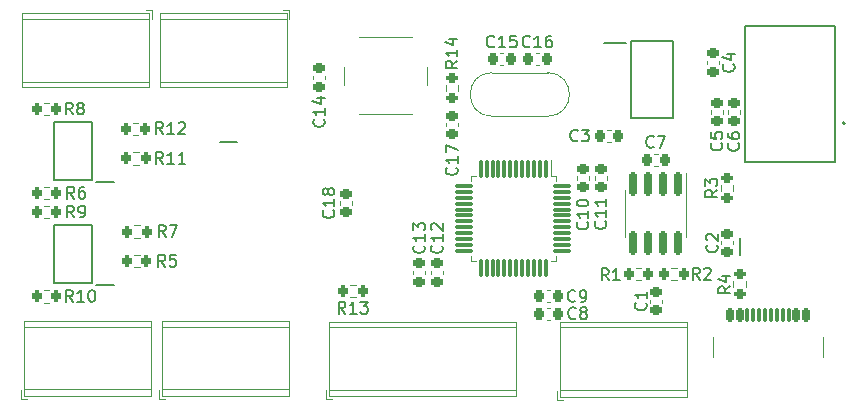
<source format=gbr>
%TF.GenerationSoftware,KiCad,Pcbnew,7.0.10-7.0.10~ubuntu22.04.1*%
%TF.CreationDate,2024-03-09T00:22:00+09:00*%
%TF.ProjectId,iolink,696f6c69-6e6b-42e6-9b69-6361645f7063,rev?*%
%TF.SameCoordinates,Original*%
%TF.FileFunction,Legend,Top*%
%TF.FilePolarity,Positive*%
%FSLAX46Y46*%
G04 Gerber Fmt 4.6, Leading zero omitted, Abs format (unit mm)*
G04 Created by KiCad (PCBNEW 7.0.10-7.0.10~ubuntu22.04.1) date 2024-03-09 00:22:00*
%MOMM*%
%LPD*%
G01*
G04 APERTURE LIST*
G04 Aperture macros list*
%AMRoundRect*
0 Rectangle with rounded corners*
0 $1 Rounding radius*
0 $2 $3 $4 $5 $6 $7 $8 $9 X,Y pos of 4 corners*
0 Add a 4 corners polygon primitive as box body*
4,1,4,$2,$3,$4,$5,$6,$7,$8,$9,$2,$3,0*
0 Add four circle primitives for the rounded corners*
1,1,$1+$1,$2,$3*
1,1,$1+$1,$4,$5*
1,1,$1+$1,$6,$7*
1,1,$1+$1,$8,$9*
0 Add four rect primitives between the rounded corners*
20,1,$1+$1,$2,$3,$4,$5,0*
20,1,$1+$1,$4,$5,$6,$7,0*
20,1,$1+$1,$6,$7,$8,$9,0*
20,1,$1+$1,$8,$9,$2,$3,0*%
G04 Aperture macros list end*
%ADD10C,0.150000*%
%ADD11C,0.120000*%
%ADD12C,0.200000*%
%ADD13RoundRect,0.225000X-0.225000X-0.250000X0.225000X-0.250000X0.225000X0.250000X-0.225000X0.250000X0*%
%ADD14RoundRect,0.200000X-0.200000X-0.275000X0.200000X-0.275000X0.200000X0.275000X-0.200000X0.275000X0*%
%ADD15RoundRect,0.225000X0.250000X-0.225000X0.250000X0.225000X-0.250000X0.225000X-0.250000X-0.225000X0*%
%ADD16RoundRect,0.200000X0.275000X-0.200000X0.275000X0.200000X-0.275000X0.200000X-0.275000X-0.200000X0*%
%ADD17R,0.700000X1.400000*%
%ADD18R,3.200000X2.300000*%
%ADD19RoundRect,0.200000X0.200000X0.275000X-0.200000X0.275000X-0.200000X-0.275000X0.200000X-0.275000X0*%
%ADD20RoundRect,0.225000X-0.250000X0.225000X-0.250000X-0.225000X0.250000X-0.225000X0.250000X0.225000X0*%
%ADD21C,1.440000*%
%ADD22C,0.650000*%
%ADD23RoundRect,0.150000X-0.150000X-0.425000X0.150000X-0.425000X0.150000X0.425000X-0.150000X0.425000X0*%
%ADD24RoundRect,0.075000X-0.075000X-0.500000X0.075000X-0.500000X0.075000X0.500000X-0.075000X0.500000X0*%
%ADD25O,1.000000X2.100000*%
%ADD26O,1.000000X1.800000*%
%ADD27R,1.850000X0.900000*%
%ADD28R,1.850000X3.200000*%
%ADD29C,1.500000*%
%ADD30R,1.450000X0.300000*%
%ADD31R,2.740000X4.750000*%
%ADD32R,2.200000X2.200000*%
%ADD33C,2.200000*%
%ADD34RoundRect,0.075000X-0.075000X0.662500X-0.075000X-0.662500X0.075000X-0.662500X0.075000X0.662500X0*%
%ADD35RoundRect,0.075000X-0.662500X0.075000X-0.662500X-0.075000X0.662500X-0.075000X0.662500X0.075000X0*%
%ADD36RoundRect,0.225000X0.225000X0.250000X-0.225000X0.250000X-0.225000X-0.250000X0.225000X-0.250000X0*%
%ADD37R,1.525000X0.700000*%
%ADD38RoundRect,0.150000X-0.150000X0.825000X-0.150000X-0.825000X0.150000X-0.825000X0.150000X0.825000X0*%
%ADD39C,2.000000*%
G04 APERTURE END LIST*
D10*
X100133333Y-81309580D02*
X100085714Y-81357200D01*
X100085714Y-81357200D02*
X99942857Y-81404819D01*
X99942857Y-81404819D02*
X99847619Y-81404819D01*
X99847619Y-81404819D02*
X99704762Y-81357200D01*
X99704762Y-81357200D02*
X99609524Y-81261961D01*
X99609524Y-81261961D02*
X99561905Y-81166723D01*
X99561905Y-81166723D02*
X99514286Y-80976247D01*
X99514286Y-80976247D02*
X99514286Y-80833390D01*
X99514286Y-80833390D02*
X99561905Y-80642914D01*
X99561905Y-80642914D02*
X99609524Y-80547676D01*
X99609524Y-80547676D02*
X99704762Y-80452438D01*
X99704762Y-80452438D02*
X99847619Y-80404819D01*
X99847619Y-80404819D02*
X99942857Y-80404819D01*
X99942857Y-80404819D02*
X100085714Y-80452438D01*
X100085714Y-80452438D02*
X100133333Y-80500057D01*
X100466667Y-80404819D02*
X101085714Y-80404819D01*
X101085714Y-80404819D02*
X100752381Y-80785771D01*
X100752381Y-80785771D02*
X100895238Y-80785771D01*
X100895238Y-80785771D02*
X100990476Y-80833390D01*
X100990476Y-80833390D02*
X101038095Y-80881009D01*
X101038095Y-80881009D02*
X101085714Y-80976247D01*
X101085714Y-80976247D02*
X101085714Y-81214342D01*
X101085714Y-81214342D02*
X101038095Y-81309580D01*
X101038095Y-81309580D02*
X100990476Y-81357200D01*
X100990476Y-81357200D02*
X100895238Y-81404819D01*
X100895238Y-81404819D02*
X100609524Y-81404819D01*
X100609524Y-81404819D02*
X100514286Y-81357200D01*
X100514286Y-81357200D02*
X100466667Y-81309580D01*
X57353333Y-79104819D02*
X57020000Y-78628628D01*
X56781905Y-79104819D02*
X56781905Y-78104819D01*
X56781905Y-78104819D02*
X57162857Y-78104819D01*
X57162857Y-78104819D02*
X57258095Y-78152438D01*
X57258095Y-78152438D02*
X57305714Y-78200057D01*
X57305714Y-78200057D02*
X57353333Y-78295295D01*
X57353333Y-78295295D02*
X57353333Y-78438152D01*
X57353333Y-78438152D02*
X57305714Y-78533390D01*
X57305714Y-78533390D02*
X57258095Y-78581009D01*
X57258095Y-78581009D02*
X57162857Y-78628628D01*
X57162857Y-78628628D02*
X56781905Y-78628628D01*
X57924762Y-78533390D02*
X57829524Y-78485771D01*
X57829524Y-78485771D02*
X57781905Y-78438152D01*
X57781905Y-78438152D02*
X57734286Y-78342914D01*
X57734286Y-78342914D02*
X57734286Y-78295295D01*
X57734286Y-78295295D02*
X57781905Y-78200057D01*
X57781905Y-78200057D02*
X57829524Y-78152438D01*
X57829524Y-78152438D02*
X57924762Y-78104819D01*
X57924762Y-78104819D02*
X58115238Y-78104819D01*
X58115238Y-78104819D02*
X58210476Y-78152438D01*
X58210476Y-78152438D02*
X58258095Y-78200057D01*
X58258095Y-78200057D02*
X58305714Y-78295295D01*
X58305714Y-78295295D02*
X58305714Y-78342914D01*
X58305714Y-78342914D02*
X58258095Y-78438152D01*
X58258095Y-78438152D02*
X58210476Y-78485771D01*
X58210476Y-78485771D02*
X58115238Y-78533390D01*
X58115238Y-78533390D02*
X57924762Y-78533390D01*
X57924762Y-78533390D02*
X57829524Y-78581009D01*
X57829524Y-78581009D02*
X57781905Y-78628628D01*
X57781905Y-78628628D02*
X57734286Y-78723866D01*
X57734286Y-78723866D02*
X57734286Y-78914342D01*
X57734286Y-78914342D02*
X57781905Y-79009580D01*
X57781905Y-79009580D02*
X57829524Y-79057200D01*
X57829524Y-79057200D02*
X57924762Y-79104819D01*
X57924762Y-79104819D02*
X58115238Y-79104819D01*
X58115238Y-79104819D02*
X58210476Y-79057200D01*
X58210476Y-79057200D02*
X58258095Y-79009580D01*
X58258095Y-79009580D02*
X58305714Y-78914342D01*
X58305714Y-78914342D02*
X58305714Y-78723866D01*
X58305714Y-78723866D02*
X58258095Y-78628628D01*
X58258095Y-78628628D02*
X58210476Y-78581009D01*
X58210476Y-78581009D02*
X58115238Y-78533390D01*
X65007142Y-80774819D02*
X64673809Y-80298628D01*
X64435714Y-80774819D02*
X64435714Y-79774819D01*
X64435714Y-79774819D02*
X64816666Y-79774819D01*
X64816666Y-79774819D02*
X64911904Y-79822438D01*
X64911904Y-79822438D02*
X64959523Y-79870057D01*
X64959523Y-79870057D02*
X65007142Y-79965295D01*
X65007142Y-79965295D02*
X65007142Y-80108152D01*
X65007142Y-80108152D02*
X64959523Y-80203390D01*
X64959523Y-80203390D02*
X64911904Y-80251009D01*
X64911904Y-80251009D02*
X64816666Y-80298628D01*
X64816666Y-80298628D02*
X64435714Y-80298628D01*
X65959523Y-80774819D02*
X65388095Y-80774819D01*
X65673809Y-80774819D02*
X65673809Y-79774819D01*
X65673809Y-79774819D02*
X65578571Y-79917676D01*
X65578571Y-79917676D02*
X65483333Y-80012914D01*
X65483333Y-80012914D02*
X65388095Y-80060533D01*
X66340476Y-79870057D02*
X66388095Y-79822438D01*
X66388095Y-79822438D02*
X66483333Y-79774819D01*
X66483333Y-79774819D02*
X66721428Y-79774819D01*
X66721428Y-79774819D02*
X66816666Y-79822438D01*
X66816666Y-79822438D02*
X66864285Y-79870057D01*
X66864285Y-79870057D02*
X66911904Y-79965295D01*
X66911904Y-79965295D02*
X66911904Y-80060533D01*
X66911904Y-80060533D02*
X66864285Y-80203390D01*
X66864285Y-80203390D02*
X66292857Y-80774819D01*
X66292857Y-80774819D02*
X66911904Y-80774819D01*
X87089580Y-90217857D02*
X87137200Y-90265476D01*
X87137200Y-90265476D02*
X87184819Y-90408333D01*
X87184819Y-90408333D02*
X87184819Y-90503571D01*
X87184819Y-90503571D02*
X87137200Y-90646428D01*
X87137200Y-90646428D02*
X87041961Y-90741666D01*
X87041961Y-90741666D02*
X86946723Y-90789285D01*
X86946723Y-90789285D02*
X86756247Y-90836904D01*
X86756247Y-90836904D02*
X86613390Y-90836904D01*
X86613390Y-90836904D02*
X86422914Y-90789285D01*
X86422914Y-90789285D02*
X86327676Y-90741666D01*
X86327676Y-90741666D02*
X86232438Y-90646428D01*
X86232438Y-90646428D02*
X86184819Y-90503571D01*
X86184819Y-90503571D02*
X86184819Y-90408333D01*
X86184819Y-90408333D02*
X86232438Y-90265476D01*
X86232438Y-90265476D02*
X86280057Y-90217857D01*
X87184819Y-89265476D02*
X87184819Y-89836904D01*
X87184819Y-89551190D02*
X86184819Y-89551190D01*
X86184819Y-89551190D02*
X86327676Y-89646428D01*
X86327676Y-89646428D02*
X86422914Y-89741666D01*
X86422914Y-89741666D02*
X86470533Y-89836904D01*
X86184819Y-88932142D02*
X86184819Y-88313095D01*
X86184819Y-88313095D02*
X86565771Y-88646428D01*
X86565771Y-88646428D02*
X86565771Y-88503571D01*
X86565771Y-88503571D02*
X86613390Y-88408333D01*
X86613390Y-88408333D02*
X86661009Y-88360714D01*
X86661009Y-88360714D02*
X86756247Y-88313095D01*
X86756247Y-88313095D02*
X86994342Y-88313095D01*
X86994342Y-88313095D02*
X87089580Y-88360714D01*
X87089580Y-88360714D02*
X87137200Y-88408333D01*
X87137200Y-88408333D02*
X87184819Y-88503571D01*
X87184819Y-88503571D02*
X87184819Y-88789285D01*
X87184819Y-88789285D02*
X87137200Y-88884523D01*
X87137200Y-88884523D02*
X87089580Y-88932142D01*
X113719580Y-81556666D02*
X113767200Y-81604285D01*
X113767200Y-81604285D02*
X113814819Y-81747142D01*
X113814819Y-81747142D02*
X113814819Y-81842380D01*
X113814819Y-81842380D02*
X113767200Y-81985237D01*
X113767200Y-81985237D02*
X113671961Y-82080475D01*
X113671961Y-82080475D02*
X113576723Y-82128094D01*
X113576723Y-82128094D02*
X113386247Y-82175713D01*
X113386247Y-82175713D02*
X113243390Y-82175713D01*
X113243390Y-82175713D02*
X113052914Y-82128094D01*
X113052914Y-82128094D02*
X112957676Y-82080475D01*
X112957676Y-82080475D02*
X112862438Y-81985237D01*
X112862438Y-81985237D02*
X112814819Y-81842380D01*
X112814819Y-81842380D02*
X112814819Y-81747142D01*
X112814819Y-81747142D02*
X112862438Y-81604285D01*
X112862438Y-81604285D02*
X112910057Y-81556666D01*
X112814819Y-80699523D02*
X112814819Y-80889999D01*
X112814819Y-80889999D02*
X112862438Y-80985237D01*
X112862438Y-80985237D02*
X112910057Y-81032856D01*
X112910057Y-81032856D02*
X113052914Y-81128094D01*
X113052914Y-81128094D02*
X113243390Y-81175713D01*
X113243390Y-81175713D02*
X113624342Y-81175713D01*
X113624342Y-81175713D02*
X113719580Y-81128094D01*
X113719580Y-81128094D02*
X113767200Y-81080475D01*
X113767200Y-81080475D02*
X113814819Y-80985237D01*
X113814819Y-80985237D02*
X113814819Y-80794761D01*
X113814819Y-80794761D02*
X113767200Y-80699523D01*
X113767200Y-80699523D02*
X113719580Y-80651904D01*
X113719580Y-80651904D02*
X113624342Y-80604285D01*
X113624342Y-80604285D02*
X113386247Y-80604285D01*
X113386247Y-80604285D02*
X113291009Y-80651904D01*
X113291009Y-80651904D02*
X113243390Y-80699523D01*
X113243390Y-80699523D02*
X113195771Y-80794761D01*
X113195771Y-80794761D02*
X113195771Y-80985237D01*
X113195771Y-80985237D02*
X113243390Y-81080475D01*
X113243390Y-81080475D02*
X113291009Y-81128094D01*
X113291009Y-81128094D02*
X113386247Y-81175713D01*
X105869580Y-95066666D02*
X105917200Y-95114285D01*
X105917200Y-95114285D02*
X105964819Y-95257142D01*
X105964819Y-95257142D02*
X105964819Y-95352380D01*
X105964819Y-95352380D02*
X105917200Y-95495237D01*
X105917200Y-95495237D02*
X105821961Y-95590475D01*
X105821961Y-95590475D02*
X105726723Y-95638094D01*
X105726723Y-95638094D02*
X105536247Y-95685713D01*
X105536247Y-95685713D02*
X105393390Y-95685713D01*
X105393390Y-95685713D02*
X105202914Y-95638094D01*
X105202914Y-95638094D02*
X105107676Y-95590475D01*
X105107676Y-95590475D02*
X105012438Y-95495237D01*
X105012438Y-95495237D02*
X104964819Y-95352380D01*
X104964819Y-95352380D02*
X104964819Y-95257142D01*
X104964819Y-95257142D02*
X105012438Y-95114285D01*
X105012438Y-95114285D02*
X105060057Y-95066666D01*
X105964819Y-94114285D02*
X105964819Y-94685713D01*
X105964819Y-94399999D02*
X104964819Y-94399999D01*
X104964819Y-94399999D02*
X105107676Y-94495237D01*
X105107676Y-94495237D02*
X105202914Y-94590475D01*
X105202914Y-94590475D02*
X105250533Y-94685713D01*
X113044819Y-93676666D02*
X112568628Y-94009999D01*
X113044819Y-94248094D02*
X112044819Y-94248094D01*
X112044819Y-94248094D02*
X112044819Y-93867142D01*
X112044819Y-93867142D02*
X112092438Y-93771904D01*
X112092438Y-93771904D02*
X112140057Y-93724285D01*
X112140057Y-93724285D02*
X112235295Y-93676666D01*
X112235295Y-93676666D02*
X112378152Y-93676666D01*
X112378152Y-93676666D02*
X112473390Y-93724285D01*
X112473390Y-93724285D02*
X112521009Y-93771904D01*
X112521009Y-93771904D02*
X112568628Y-93867142D01*
X112568628Y-93867142D02*
X112568628Y-94248094D01*
X112378152Y-92819523D02*
X113044819Y-92819523D01*
X111997200Y-93057618D02*
X112711485Y-93295713D01*
X112711485Y-93295713D02*
X112711485Y-92676666D01*
X80447142Y-95974819D02*
X80113809Y-95498628D01*
X79875714Y-95974819D02*
X79875714Y-94974819D01*
X79875714Y-94974819D02*
X80256666Y-94974819D01*
X80256666Y-94974819D02*
X80351904Y-95022438D01*
X80351904Y-95022438D02*
X80399523Y-95070057D01*
X80399523Y-95070057D02*
X80447142Y-95165295D01*
X80447142Y-95165295D02*
X80447142Y-95308152D01*
X80447142Y-95308152D02*
X80399523Y-95403390D01*
X80399523Y-95403390D02*
X80351904Y-95451009D01*
X80351904Y-95451009D02*
X80256666Y-95498628D01*
X80256666Y-95498628D02*
X79875714Y-95498628D01*
X81399523Y-95974819D02*
X80828095Y-95974819D01*
X81113809Y-95974819D02*
X81113809Y-94974819D01*
X81113809Y-94974819D02*
X81018571Y-95117676D01*
X81018571Y-95117676D02*
X80923333Y-95212914D01*
X80923333Y-95212914D02*
X80828095Y-95260533D01*
X81732857Y-94974819D02*
X82351904Y-94974819D01*
X82351904Y-94974819D02*
X82018571Y-95355771D01*
X82018571Y-95355771D02*
X82161428Y-95355771D01*
X82161428Y-95355771D02*
X82256666Y-95403390D01*
X82256666Y-95403390D02*
X82304285Y-95451009D01*
X82304285Y-95451009D02*
X82351904Y-95546247D01*
X82351904Y-95546247D02*
X82351904Y-95784342D01*
X82351904Y-95784342D02*
X82304285Y-95879580D01*
X82304285Y-95879580D02*
X82256666Y-95927200D01*
X82256666Y-95927200D02*
X82161428Y-95974819D01*
X82161428Y-95974819D02*
X81875714Y-95974819D01*
X81875714Y-95974819D02*
X81780476Y-95927200D01*
X81780476Y-95927200D02*
X81732857Y-95879580D01*
X113309580Y-74876666D02*
X113357200Y-74924285D01*
X113357200Y-74924285D02*
X113404819Y-75067142D01*
X113404819Y-75067142D02*
X113404819Y-75162380D01*
X113404819Y-75162380D02*
X113357200Y-75305237D01*
X113357200Y-75305237D02*
X113261961Y-75400475D01*
X113261961Y-75400475D02*
X113166723Y-75448094D01*
X113166723Y-75448094D02*
X112976247Y-75495713D01*
X112976247Y-75495713D02*
X112833390Y-75495713D01*
X112833390Y-75495713D02*
X112642914Y-75448094D01*
X112642914Y-75448094D02*
X112547676Y-75400475D01*
X112547676Y-75400475D02*
X112452438Y-75305237D01*
X112452438Y-75305237D02*
X112404819Y-75162380D01*
X112404819Y-75162380D02*
X112404819Y-75067142D01*
X112404819Y-75067142D02*
X112452438Y-74924285D01*
X112452438Y-74924285D02*
X112500057Y-74876666D01*
X112738152Y-74019523D02*
X113404819Y-74019523D01*
X112357200Y-74257618D02*
X113071485Y-74495713D01*
X113071485Y-74495713D02*
X113071485Y-73876666D01*
X102733333Y-93154819D02*
X102400000Y-92678628D01*
X102161905Y-93154819D02*
X102161905Y-92154819D01*
X102161905Y-92154819D02*
X102542857Y-92154819D01*
X102542857Y-92154819D02*
X102638095Y-92202438D01*
X102638095Y-92202438D02*
X102685714Y-92250057D01*
X102685714Y-92250057D02*
X102733333Y-92345295D01*
X102733333Y-92345295D02*
X102733333Y-92488152D01*
X102733333Y-92488152D02*
X102685714Y-92583390D01*
X102685714Y-92583390D02*
X102638095Y-92631009D01*
X102638095Y-92631009D02*
X102542857Y-92678628D01*
X102542857Y-92678628D02*
X102161905Y-92678628D01*
X103685714Y-93154819D02*
X103114286Y-93154819D01*
X103400000Y-93154819D02*
X103400000Y-92154819D01*
X103400000Y-92154819D02*
X103304762Y-92297676D01*
X103304762Y-92297676D02*
X103209524Y-92392914D01*
X103209524Y-92392914D02*
X103114286Y-92440533D01*
X111934819Y-85496666D02*
X111458628Y-85829999D01*
X111934819Y-86068094D02*
X110934819Y-86068094D01*
X110934819Y-86068094D02*
X110934819Y-85687142D01*
X110934819Y-85687142D02*
X110982438Y-85591904D01*
X110982438Y-85591904D02*
X111030057Y-85544285D01*
X111030057Y-85544285D02*
X111125295Y-85496666D01*
X111125295Y-85496666D02*
X111268152Y-85496666D01*
X111268152Y-85496666D02*
X111363390Y-85544285D01*
X111363390Y-85544285D02*
X111411009Y-85591904D01*
X111411009Y-85591904D02*
X111458628Y-85687142D01*
X111458628Y-85687142D02*
X111458628Y-86068094D01*
X110934819Y-85163332D02*
X110934819Y-84544285D01*
X110934819Y-84544285D02*
X111315771Y-84877618D01*
X111315771Y-84877618D02*
X111315771Y-84734761D01*
X111315771Y-84734761D02*
X111363390Y-84639523D01*
X111363390Y-84639523D02*
X111411009Y-84591904D01*
X111411009Y-84591904D02*
X111506247Y-84544285D01*
X111506247Y-84544285D02*
X111744342Y-84544285D01*
X111744342Y-84544285D02*
X111839580Y-84591904D01*
X111839580Y-84591904D02*
X111887200Y-84639523D01*
X111887200Y-84639523D02*
X111934819Y-84734761D01*
X111934819Y-84734761D02*
X111934819Y-85020475D01*
X111934819Y-85020475D02*
X111887200Y-85115713D01*
X111887200Y-85115713D02*
X111839580Y-85163332D01*
X93052142Y-73349580D02*
X93004523Y-73397200D01*
X93004523Y-73397200D02*
X92861666Y-73444819D01*
X92861666Y-73444819D02*
X92766428Y-73444819D01*
X92766428Y-73444819D02*
X92623571Y-73397200D01*
X92623571Y-73397200D02*
X92528333Y-73301961D01*
X92528333Y-73301961D02*
X92480714Y-73206723D01*
X92480714Y-73206723D02*
X92433095Y-73016247D01*
X92433095Y-73016247D02*
X92433095Y-72873390D01*
X92433095Y-72873390D02*
X92480714Y-72682914D01*
X92480714Y-72682914D02*
X92528333Y-72587676D01*
X92528333Y-72587676D02*
X92623571Y-72492438D01*
X92623571Y-72492438D02*
X92766428Y-72444819D01*
X92766428Y-72444819D02*
X92861666Y-72444819D01*
X92861666Y-72444819D02*
X93004523Y-72492438D01*
X93004523Y-72492438D02*
X93052142Y-72540057D01*
X94004523Y-73444819D02*
X93433095Y-73444819D01*
X93718809Y-73444819D02*
X93718809Y-72444819D01*
X93718809Y-72444819D02*
X93623571Y-72587676D01*
X93623571Y-72587676D02*
X93528333Y-72682914D01*
X93528333Y-72682914D02*
X93433095Y-72730533D01*
X94909285Y-72444819D02*
X94433095Y-72444819D01*
X94433095Y-72444819D02*
X94385476Y-72921009D01*
X94385476Y-72921009D02*
X94433095Y-72873390D01*
X94433095Y-72873390D02*
X94528333Y-72825771D01*
X94528333Y-72825771D02*
X94766428Y-72825771D01*
X94766428Y-72825771D02*
X94861666Y-72873390D01*
X94861666Y-72873390D02*
X94909285Y-72921009D01*
X94909285Y-72921009D02*
X94956904Y-73016247D01*
X94956904Y-73016247D02*
X94956904Y-73254342D01*
X94956904Y-73254342D02*
X94909285Y-73349580D01*
X94909285Y-73349580D02*
X94861666Y-73397200D01*
X94861666Y-73397200D02*
X94766428Y-73444819D01*
X94766428Y-73444819D02*
X94528333Y-73444819D01*
X94528333Y-73444819D02*
X94433095Y-73397200D01*
X94433095Y-73397200D02*
X94385476Y-73349580D01*
X89934819Y-74572857D02*
X89458628Y-74906190D01*
X89934819Y-75144285D02*
X88934819Y-75144285D01*
X88934819Y-75144285D02*
X88934819Y-74763333D01*
X88934819Y-74763333D02*
X88982438Y-74668095D01*
X88982438Y-74668095D02*
X89030057Y-74620476D01*
X89030057Y-74620476D02*
X89125295Y-74572857D01*
X89125295Y-74572857D02*
X89268152Y-74572857D01*
X89268152Y-74572857D02*
X89363390Y-74620476D01*
X89363390Y-74620476D02*
X89411009Y-74668095D01*
X89411009Y-74668095D02*
X89458628Y-74763333D01*
X89458628Y-74763333D02*
X89458628Y-75144285D01*
X89934819Y-73620476D02*
X89934819Y-74191904D01*
X89934819Y-73906190D02*
X88934819Y-73906190D01*
X88934819Y-73906190D02*
X89077676Y-74001428D01*
X89077676Y-74001428D02*
X89172914Y-74096666D01*
X89172914Y-74096666D02*
X89220533Y-74191904D01*
X89268152Y-72763333D02*
X89934819Y-72763333D01*
X88887200Y-73001428D02*
X89601485Y-73239523D01*
X89601485Y-73239523D02*
X89601485Y-72620476D01*
X78619580Y-79532857D02*
X78667200Y-79580476D01*
X78667200Y-79580476D02*
X78714819Y-79723333D01*
X78714819Y-79723333D02*
X78714819Y-79818571D01*
X78714819Y-79818571D02*
X78667200Y-79961428D01*
X78667200Y-79961428D02*
X78571961Y-80056666D01*
X78571961Y-80056666D02*
X78476723Y-80104285D01*
X78476723Y-80104285D02*
X78286247Y-80151904D01*
X78286247Y-80151904D02*
X78143390Y-80151904D01*
X78143390Y-80151904D02*
X77952914Y-80104285D01*
X77952914Y-80104285D02*
X77857676Y-80056666D01*
X77857676Y-80056666D02*
X77762438Y-79961428D01*
X77762438Y-79961428D02*
X77714819Y-79818571D01*
X77714819Y-79818571D02*
X77714819Y-79723333D01*
X77714819Y-79723333D02*
X77762438Y-79580476D01*
X77762438Y-79580476D02*
X77810057Y-79532857D01*
X78714819Y-78580476D02*
X78714819Y-79151904D01*
X78714819Y-78866190D02*
X77714819Y-78866190D01*
X77714819Y-78866190D02*
X77857676Y-78961428D01*
X77857676Y-78961428D02*
X77952914Y-79056666D01*
X77952914Y-79056666D02*
X78000533Y-79151904D01*
X78048152Y-77723333D02*
X78714819Y-77723333D01*
X77667200Y-77961428D02*
X78381485Y-78199523D01*
X78381485Y-78199523D02*
X78381485Y-77580476D01*
X79429580Y-87242857D02*
X79477200Y-87290476D01*
X79477200Y-87290476D02*
X79524819Y-87433333D01*
X79524819Y-87433333D02*
X79524819Y-87528571D01*
X79524819Y-87528571D02*
X79477200Y-87671428D01*
X79477200Y-87671428D02*
X79381961Y-87766666D01*
X79381961Y-87766666D02*
X79286723Y-87814285D01*
X79286723Y-87814285D02*
X79096247Y-87861904D01*
X79096247Y-87861904D02*
X78953390Y-87861904D01*
X78953390Y-87861904D02*
X78762914Y-87814285D01*
X78762914Y-87814285D02*
X78667676Y-87766666D01*
X78667676Y-87766666D02*
X78572438Y-87671428D01*
X78572438Y-87671428D02*
X78524819Y-87528571D01*
X78524819Y-87528571D02*
X78524819Y-87433333D01*
X78524819Y-87433333D02*
X78572438Y-87290476D01*
X78572438Y-87290476D02*
X78620057Y-87242857D01*
X79524819Y-86290476D02*
X79524819Y-86861904D01*
X79524819Y-86576190D02*
X78524819Y-86576190D01*
X78524819Y-86576190D02*
X78667676Y-86671428D01*
X78667676Y-86671428D02*
X78762914Y-86766666D01*
X78762914Y-86766666D02*
X78810533Y-86861904D01*
X78953390Y-85719047D02*
X78905771Y-85814285D01*
X78905771Y-85814285D02*
X78858152Y-85861904D01*
X78858152Y-85861904D02*
X78762914Y-85909523D01*
X78762914Y-85909523D02*
X78715295Y-85909523D01*
X78715295Y-85909523D02*
X78620057Y-85861904D01*
X78620057Y-85861904D02*
X78572438Y-85814285D01*
X78572438Y-85814285D02*
X78524819Y-85719047D01*
X78524819Y-85719047D02*
X78524819Y-85528571D01*
X78524819Y-85528571D02*
X78572438Y-85433333D01*
X78572438Y-85433333D02*
X78620057Y-85385714D01*
X78620057Y-85385714D02*
X78715295Y-85338095D01*
X78715295Y-85338095D02*
X78762914Y-85338095D01*
X78762914Y-85338095D02*
X78858152Y-85385714D01*
X78858152Y-85385714D02*
X78905771Y-85433333D01*
X78905771Y-85433333D02*
X78953390Y-85528571D01*
X78953390Y-85528571D02*
X78953390Y-85719047D01*
X78953390Y-85719047D02*
X79001009Y-85814285D01*
X79001009Y-85814285D02*
X79048628Y-85861904D01*
X79048628Y-85861904D02*
X79143866Y-85909523D01*
X79143866Y-85909523D02*
X79334342Y-85909523D01*
X79334342Y-85909523D02*
X79429580Y-85861904D01*
X79429580Y-85861904D02*
X79477200Y-85814285D01*
X79477200Y-85814285D02*
X79524819Y-85719047D01*
X79524819Y-85719047D02*
X79524819Y-85528571D01*
X79524819Y-85528571D02*
X79477200Y-85433333D01*
X79477200Y-85433333D02*
X79429580Y-85385714D01*
X79429580Y-85385714D02*
X79334342Y-85338095D01*
X79334342Y-85338095D02*
X79143866Y-85338095D01*
X79143866Y-85338095D02*
X79048628Y-85385714D01*
X79048628Y-85385714D02*
X79001009Y-85433333D01*
X79001009Y-85433333D02*
X78953390Y-85528571D01*
X89859580Y-83612857D02*
X89907200Y-83660476D01*
X89907200Y-83660476D02*
X89954819Y-83803333D01*
X89954819Y-83803333D02*
X89954819Y-83898571D01*
X89954819Y-83898571D02*
X89907200Y-84041428D01*
X89907200Y-84041428D02*
X89811961Y-84136666D01*
X89811961Y-84136666D02*
X89716723Y-84184285D01*
X89716723Y-84184285D02*
X89526247Y-84231904D01*
X89526247Y-84231904D02*
X89383390Y-84231904D01*
X89383390Y-84231904D02*
X89192914Y-84184285D01*
X89192914Y-84184285D02*
X89097676Y-84136666D01*
X89097676Y-84136666D02*
X89002438Y-84041428D01*
X89002438Y-84041428D02*
X88954819Y-83898571D01*
X88954819Y-83898571D02*
X88954819Y-83803333D01*
X88954819Y-83803333D02*
X89002438Y-83660476D01*
X89002438Y-83660476D02*
X89050057Y-83612857D01*
X89954819Y-82660476D02*
X89954819Y-83231904D01*
X89954819Y-82946190D02*
X88954819Y-82946190D01*
X88954819Y-82946190D02*
X89097676Y-83041428D01*
X89097676Y-83041428D02*
X89192914Y-83136666D01*
X89192914Y-83136666D02*
X89240533Y-83231904D01*
X88954819Y-82327142D02*
X88954819Y-81660476D01*
X88954819Y-81660476D02*
X89954819Y-82089047D01*
X57473333Y-87834819D02*
X57140000Y-87358628D01*
X56901905Y-87834819D02*
X56901905Y-86834819D01*
X56901905Y-86834819D02*
X57282857Y-86834819D01*
X57282857Y-86834819D02*
X57378095Y-86882438D01*
X57378095Y-86882438D02*
X57425714Y-86930057D01*
X57425714Y-86930057D02*
X57473333Y-87025295D01*
X57473333Y-87025295D02*
X57473333Y-87168152D01*
X57473333Y-87168152D02*
X57425714Y-87263390D01*
X57425714Y-87263390D02*
X57378095Y-87311009D01*
X57378095Y-87311009D02*
X57282857Y-87358628D01*
X57282857Y-87358628D02*
X56901905Y-87358628D01*
X57949524Y-87834819D02*
X58140000Y-87834819D01*
X58140000Y-87834819D02*
X58235238Y-87787200D01*
X58235238Y-87787200D02*
X58282857Y-87739580D01*
X58282857Y-87739580D02*
X58378095Y-87596723D01*
X58378095Y-87596723D02*
X58425714Y-87406247D01*
X58425714Y-87406247D02*
X58425714Y-87025295D01*
X58425714Y-87025295D02*
X58378095Y-86930057D01*
X58378095Y-86930057D02*
X58330476Y-86882438D01*
X58330476Y-86882438D02*
X58235238Y-86834819D01*
X58235238Y-86834819D02*
X58044762Y-86834819D01*
X58044762Y-86834819D02*
X57949524Y-86882438D01*
X57949524Y-86882438D02*
X57901905Y-86930057D01*
X57901905Y-86930057D02*
X57854286Y-87025295D01*
X57854286Y-87025295D02*
X57854286Y-87263390D01*
X57854286Y-87263390D02*
X57901905Y-87358628D01*
X57901905Y-87358628D02*
X57949524Y-87406247D01*
X57949524Y-87406247D02*
X58044762Y-87453866D01*
X58044762Y-87453866D02*
X58235238Y-87453866D01*
X58235238Y-87453866D02*
X58330476Y-87406247D01*
X58330476Y-87406247D02*
X58378095Y-87358628D01*
X58378095Y-87358628D02*
X58425714Y-87263390D01*
X102465918Y-88165859D02*
X102513538Y-88213478D01*
X102513538Y-88213478D02*
X102561157Y-88356335D01*
X102561157Y-88356335D02*
X102561157Y-88451573D01*
X102561157Y-88451573D02*
X102513538Y-88594430D01*
X102513538Y-88594430D02*
X102418299Y-88689668D01*
X102418299Y-88689668D02*
X102323061Y-88737287D01*
X102323061Y-88737287D02*
X102132585Y-88784906D01*
X102132585Y-88784906D02*
X101989728Y-88784906D01*
X101989728Y-88784906D02*
X101799252Y-88737287D01*
X101799252Y-88737287D02*
X101704014Y-88689668D01*
X101704014Y-88689668D02*
X101608776Y-88594430D01*
X101608776Y-88594430D02*
X101561157Y-88451573D01*
X101561157Y-88451573D02*
X101561157Y-88356335D01*
X101561157Y-88356335D02*
X101608776Y-88213478D01*
X101608776Y-88213478D02*
X101656395Y-88165859D01*
X102561157Y-87213478D02*
X102561157Y-87784906D01*
X102561157Y-87499192D02*
X101561157Y-87499192D01*
X101561157Y-87499192D02*
X101704014Y-87594430D01*
X101704014Y-87594430D02*
X101799252Y-87689668D01*
X101799252Y-87689668D02*
X101846871Y-87784906D01*
X102561157Y-86261097D02*
X102561157Y-86832525D01*
X102561157Y-86546811D02*
X101561157Y-86546811D01*
X101561157Y-86546811D02*
X101704014Y-86642049D01*
X101704014Y-86642049D02*
X101799252Y-86737287D01*
X101799252Y-86737287D02*
X101846871Y-86832525D01*
X96072142Y-73343418D02*
X96024523Y-73391038D01*
X96024523Y-73391038D02*
X95881666Y-73438657D01*
X95881666Y-73438657D02*
X95786428Y-73438657D01*
X95786428Y-73438657D02*
X95643571Y-73391038D01*
X95643571Y-73391038D02*
X95548333Y-73295799D01*
X95548333Y-73295799D02*
X95500714Y-73200561D01*
X95500714Y-73200561D02*
X95453095Y-73010085D01*
X95453095Y-73010085D02*
X95453095Y-72867228D01*
X95453095Y-72867228D02*
X95500714Y-72676752D01*
X95500714Y-72676752D02*
X95548333Y-72581514D01*
X95548333Y-72581514D02*
X95643571Y-72486276D01*
X95643571Y-72486276D02*
X95786428Y-72438657D01*
X95786428Y-72438657D02*
X95881666Y-72438657D01*
X95881666Y-72438657D02*
X96024523Y-72486276D01*
X96024523Y-72486276D02*
X96072142Y-72533895D01*
X97024523Y-73438657D02*
X96453095Y-73438657D01*
X96738809Y-73438657D02*
X96738809Y-72438657D01*
X96738809Y-72438657D02*
X96643571Y-72581514D01*
X96643571Y-72581514D02*
X96548333Y-72676752D01*
X96548333Y-72676752D02*
X96453095Y-72724371D01*
X97881666Y-72438657D02*
X97691190Y-72438657D01*
X97691190Y-72438657D02*
X97595952Y-72486276D01*
X97595952Y-72486276D02*
X97548333Y-72533895D01*
X97548333Y-72533895D02*
X97453095Y-72676752D01*
X97453095Y-72676752D02*
X97405476Y-72867228D01*
X97405476Y-72867228D02*
X97405476Y-73248180D01*
X97405476Y-73248180D02*
X97453095Y-73343418D01*
X97453095Y-73343418D02*
X97500714Y-73391038D01*
X97500714Y-73391038D02*
X97595952Y-73438657D01*
X97595952Y-73438657D02*
X97786428Y-73438657D01*
X97786428Y-73438657D02*
X97881666Y-73391038D01*
X97881666Y-73391038D02*
X97929285Y-73343418D01*
X97929285Y-73343418D02*
X97976904Y-73248180D01*
X97976904Y-73248180D02*
X97976904Y-73010085D01*
X97976904Y-73010085D02*
X97929285Y-72914847D01*
X97929285Y-72914847D02*
X97881666Y-72867228D01*
X97881666Y-72867228D02*
X97786428Y-72819609D01*
X97786428Y-72819609D02*
X97595952Y-72819609D01*
X97595952Y-72819609D02*
X97500714Y-72867228D01*
X97500714Y-72867228D02*
X97453095Y-72914847D01*
X97453095Y-72914847D02*
X97405476Y-73010085D01*
X112279580Y-81546666D02*
X112327200Y-81594285D01*
X112327200Y-81594285D02*
X112374819Y-81737142D01*
X112374819Y-81737142D02*
X112374819Y-81832380D01*
X112374819Y-81832380D02*
X112327200Y-81975237D01*
X112327200Y-81975237D02*
X112231961Y-82070475D01*
X112231961Y-82070475D02*
X112136723Y-82118094D01*
X112136723Y-82118094D02*
X111946247Y-82165713D01*
X111946247Y-82165713D02*
X111803390Y-82165713D01*
X111803390Y-82165713D02*
X111612914Y-82118094D01*
X111612914Y-82118094D02*
X111517676Y-82070475D01*
X111517676Y-82070475D02*
X111422438Y-81975237D01*
X111422438Y-81975237D02*
X111374819Y-81832380D01*
X111374819Y-81832380D02*
X111374819Y-81737142D01*
X111374819Y-81737142D02*
X111422438Y-81594285D01*
X111422438Y-81594285D02*
X111470057Y-81546666D01*
X111374819Y-80641904D02*
X111374819Y-81118094D01*
X111374819Y-81118094D02*
X111851009Y-81165713D01*
X111851009Y-81165713D02*
X111803390Y-81118094D01*
X111803390Y-81118094D02*
X111755771Y-81022856D01*
X111755771Y-81022856D02*
X111755771Y-80784761D01*
X111755771Y-80784761D02*
X111803390Y-80689523D01*
X111803390Y-80689523D02*
X111851009Y-80641904D01*
X111851009Y-80641904D02*
X111946247Y-80594285D01*
X111946247Y-80594285D02*
X112184342Y-80594285D01*
X112184342Y-80594285D02*
X112279580Y-80641904D01*
X112279580Y-80641904D02*
X112327200Y-80689523D01*
X112327200Y-80689523D02*
X112374819Y-80784761D01*
X112374819Y-80784761D02*
X112374819Y-81022856D01*
X112374819Y-81022856D02*
X112327200Y-81118094D01*
X112327200Y-81118094D02*
X112279580Y-81165713D01*
X57483333Y-86234819D02*
X57150000Y-85758628D01*
X56911905Y-86234819D02*
X56911905Y-85234819D01*
X56911905Y-85234819D02*
X57292857Y-85234819D01*
X57292857Y-85234819D02*
X57388095Y-85282438D01*
X57388095Y-85282438D02*
X57435714Y-85330057D01*
X57435714Y-85330057D02*
X57483333Y-85425295D01*
X57483333Y-85425295D02*
X57483333Y-85568152D01*
X57483333Y-85568152D02*
X57435714Y-85663390D01*
X57435714Y-85663390D02*
X57388095Y-85711009D01*
X57388095Y-85711009D02*
X57292857Y-85758628D01*
X57292857Y-85758628D02*
X56911905Y-85758628D01*
X58340476Y-85234819D02*
X58150000Y-85234819D01*
X58150000Y-85234819D02*
X58054762Y-85282438D01*
X58054762Y-85282438D02*
X58007143Y-85330057D01*
X58007143Y-85330057D02*
X57911905Y-85472914D01*
X57911905Y-85472914D02*
X57864286Y-85663390D01*
X57864286Y-85663390D02*
X57864286Y-86044342D01*
X57864286Y-86044342D02*
X57911905Y-86139580D01*
X57911905Y-86139580D02*
X57959524Y-86187200D01*
X57959524Y-86187200D02*
X58054762Y-86234819D01*
X58054762Y-86234819D02*
X58245238Y-86234819D01*
X58245238Y-86234819D02*
X58340476Y-86187200D01*
X58340476Y-86187200D02*
X58388095Y-86139580D01*
X58388095Y-86139580D02*
X58435714Y-86044342D01*
X58435714Y-86044342D02*
X58435714Y-85806247D01*
X58435714Y-85806247D02*
X58388095Y-85711009D01*
X58388095Y-85711009D02*
X58340476Y-85663390D01*
X58340476Y-85663390D02*
X58245238Y-85615771D01*
X58245238Y-85615771D02*
X58054762Y-85615771D01*
X58054762Y-85615771D02*
X57959524Y-85663390D01*
X57959524Y-85663390D02*
X57911905Y-85711009D01*
X57911905Y-85711009D02*
X57864286Y-85806247D01*
X57367142Y-94974819D02*
X57033809Y-94498628D01*
X56795714Y-94974819D02*
X56795714Y-93974819D01*
X56795714Y-93974819D02*
X57176666Y-93974819D01*
X57176666Y-93974819D02*
X57271904Y-94022438D01*
X57271904Y-94022438D02*
X57319523Y-94070057D01*
X57319523Y-94070057D02*
X57367142Y-94165295D01*
X57367142Y-94165295D02*
X57367142Y-94308152D01*
X57367142Y-94308152D02*
X57319523Y-94403390D01*
X57319523Y-94403390D02*
X57271904Y-94451009D01*
X57271904Y-94451009D02*
X57176666Y-94498628D01*
X57176666Y-94498628D02*
X56795714Y-94498628D01*
X58319523Y-94974819D02*
X57748095Y-94974819D01*
X58033809Y-94974819D02*
X58033809Y-93974819D01*
X58033809Y-93974819D02*
X57938571Y-94117676D01*
X57938571Y-94117676D02*
X57843333Y-94212914D01*
X57843333Y-94212914D02*
X57748095Y-94260533D01*
X58938571Y-93974819D02*
X59033809Y-93974819D01*
X59033809Y-93974819D02*
X59129047Y-94022438D01*
X59129047Y-94022438D02*
X59176666Y-94070057D01*
X59176666Y-94070057D02*
X59224285Y-94165295D01*
X59224285Y-94165295D02*
X59271904Y-94355771D01*
X59271904Y-94355771D02*
X59271904Y-94593866D01*
X59271904Y-94593866D02*
X59224285Y-94784342D01*
X59224285Y-94784342D02*
X59176666Y-94879580D01*
X59176666Y-94879580D02*
X59129047Y-94927200D01*
X59129047Y-94927200D02*
X59033809Y-94974819D01*
X59033809Y-94974819D02*
X58938571Y-94974819D01*
X58938571Y-94974819D02*
X58843333Y-94927200D01*
X58843333Y-94927200D02*
X58795714Y-94879580D01*
X58795714Y-94879580D02*
X58748095Y-94784342D01*
X58748095Y-94784342D02*
X58700476Y-94593866D01*
X58700476Y-94593866D02*
X58700476Y-94355771D01*
X58700476Y-94355771D02*
X58748095Y-94165295D01*
X58748095Y-94165295D02*
X58795714Y-94070057D01*
X58795714Y-94070057D02*
X58843333Y-94022438D01*
X58843333Y-94022438D02*
X58938571Y-93974819D01*
X100929580Y-88222857D02*
X100977200Y-88270476D01*
X100977200Y-88270476D02*
X101024819Y-88413333D01*
X101024819Y-88413333D02*
X101024819Y-88508571D01*
X101024819Y-88508571D02*
X100977200Y-88651428D01*
X100977200Y-88651428D02*
X100881961Y-88746666D01*
X100881961Y-88746666D02*
X100786723Y-88794285D01*
X100786723Y-88794285D02*
X100596247Y-88841904D01*
X100596247Y-88841904D02*
X100453390Y-88841904D01*
X100453390Y-88841904D02*
X100262914Y-88794285D01*
X100262914Y-88794285D02*
X100167676Y-88746666D01*
X100167676Y-88746666D02*
X100072438Y-88651428D01*
X100072438Y-88651428D02*
X100024819Y-88508571D01*
X100024819Y-88508571D02*
X100024819Y-88413333D01*
X100024819Y-88413333D02*
X100072438Y-88270476D01*
X100072438Y-88270476D02*
X100120057Y-88222857D01*
X101024819Y-87270476D02*
X101024819Y-87841904D01*
X101024819Y-87556190D02*
X100024819Y-87556190D01*
X100024819Y-87556190D02*
X100167676Y-87651428D01*
X100167676Y-87651428D02*
X100262914Y-87746666D01*
X100262914Y-87746666D02*
X100310533Y-87841904D01*
X100024819Y-86651428D02*
X100024819Y-86556190D01*
X100024819Y-86556190D02*
X100072438Y-86460952D01*
X100072438Y-86460952D02*
X100120057Y-86413333D01*
X100120057Y-86413333D02*
X100215295Y-86365714D01*
X100215295Y-86365714D02*
X100405771Y-86318095D01*
X100405771Y-86318095D02*
X100643866Y-86318095D01*
X100643866Y-86318095D02*
X100834342Y-86365714D01*
X100834342Y-86365714D02*
X100929580Y-86413333D01*
X100929580Y-86413333D02*
X100977200Y-86460952D01*
X100977200Y-86460952D02*
X101024819Y-86556190D01*
X101024819Y-86556190D02*
X101024819Y-86651428D01*
X101024819Y-86651428D02*
X100977200Y-86746666D01*
X100977200Y-86746666D02*
X100929580Y-86794285D01*
X100929580Y-86794285D02*
X100834342Y-86841904D01*
X100834342Y-86841904D02*
X100643866Y-86889523D01*
X100643866Y-86889523D02*
X100405771Y-86889523D01*
X100405771Y-86889523D02*
X100215295Y-86841904D01*
X100215295Y-86841904D02*
X100120057Y-86794285D01*
X100120057Y-86794285D02*
X100072438Y-86746666D01*
X100072438Y-86746666D02*
X100024819Y-86651428D01*
X65193333Y-91994819D02*
X64860000Y-91518628D01*
X64621905Y-91994819D02*
X64621905Y-90994819D01*
X64621905Y-90994819D02*
X65002857Y-90994819D01*
X65002857Y-90994819D02*
X65098095Y-91042438D01*
X65098095Y-91042438D02*
X65145714Y-91090057D01*
X65145714Y-91090057D02*
X65193333Y-91185295D01*
X65193333Y-91185295D02*
X65193333Y-91328152D01*
X65193333Y-91328152D02*
X65145714Y-91423390D01*
X65145714Y-91423390D02*
X65098095Y-91471009D01*
X65098095Y-91471009D02*
X65002857Y-91518628D01*
X65002857Y-91518628D02*
X64621905Y-91518628D01*
X66098095Y-90994819D02*
X65621905Y-90994819D01*
X65621905Y-90994819D02*
X65574286Y-91471009D01*
X65574286Y-91471009D02*
X65621905Y-91423390D01*
X65621905Y-91423390D02*
X65717143Y-91375771D01*
X65717143Y-91375771D02*
X65955238Y-91375771D01*
X65955238Y-91375771D02*
X66050476Y-91423390D01*
X66050476Y-91423390D02*
X66098095Y-91471009D01*
X66098095Y-91471009D02*
X66145714Y-91566247D01*
X66145714Y-91566247D02*
X66145714Y-91804342D01*
X66145714Y-91804342D02*
X66098095Y-91899580D01*
X66098095Y-91899580D02*
X66050476Y-91947200D01*
X66050476Y-91947200D02*
X65955238Y-91994819D01*
X65955238Y-91994819D02*
X65717143Y-91994819D01*
X65717143Y-91994819D02*
X65621905Y-91947200D01*
X65621905Y-91947200D02*
X65574286Y-91899580D01*
X65233333Y-89474819D02*
X64900000Y-88998628D01*
X64661905Y-89474819D02*
X64661905Y-88474819D01*
X64661905Y-88474819D02*
X65042857Y-88474819D01*
X65042857Y-88474819D02*
X65138095Y-88522438D01*
X65138095Y-88522438D02*
X65185714Y-88570057D01*
X65185714Y-88570057D02*
X65233333Y-88665295D01*
X65233333Y-88665295D02*
X65233333Y-88808152D01*
X65233333Y-88808152D02*
X65185714Y-88903390D01*
X65185714Y-88903390D02*
X65138095Y-88951009D01*
X65138095Y-88951009D02*
X65042857Y-88998628D01*
X65042857Y-88998628D02*
X64661905Y-88998628D01*
X65566667Y-88474819D02*
X66233333Y-88474819D01*
X66233333Y-88474819D02*
X65804762Y-89474819D01*
X99943333Y-96349580D02*
X99895714Y-96397200D01*
X99895714Y-96397200D02*
X99752857Y-96444819D01*
X99752857Y-96444819D02*
X99657619Y-96444819D01*
X99657619Y-96444819D02*
X99514762Y-96397200D01*
X99514762Y-96397200D02*
X99419524Y-96301961D01*
X99419524Y-96301961D02*
X99371905Y-96206723D01*
X99371905Y-96206723D02*
X99324286Y-96016247D01*
X99324286Y-96016247D02*
X99324286Y-95873390D01*
X99324286Y-95873390D02*
X99371905Y-95682914D01*
X99371905Y-95682914D02*
X99419524Y-95587676D01*
X99419524Y-95587676D02*
X99514762Y-95492438D01*
X99514762Y-95492438D02*
X99657619Y-95444819D01*
X99657619Y-95444819D02*
X99752857Y-95444819D01*
X99752857Y-95444819D02*
X99895714Y-95492438D01*
X99895714Y-95492438D02*
X99943333Y-95540057D01*
X100514762Y-95873390D02*
X100419524Y-95825771D01*
X100419524Y-95825771D02*
X100371905Y-95778152D01*
X100371905Y-95778152D02*
X100324286Y-95682914D01*
X100324286Y-95682914D02*
X100324286Y-95635295D01*
X100324286Y-95635295D02*
X100371905Y-95540057D01*
X100371905Y-95540057D02*
X100419524Y-95492438D01*
X100419524Y-95492438D02*
X100514762Y-95444819D01*
X100514762Y-95444819D02*
X100705238Y-95444819D01*
X100705238Y-95444819D02*
X100800476Y-95492438D01*
X100800476Y-95492438D02*
X100848095Y-95540057D01*
X100848095Y-95540057D02*
X100895714Y-95635295D01*
X100895714Y-95635295D02*
X100895714Y-95682914D01*
X100895714Y-95682914D02*
X100848095Y-95778152D01*
X100848095Y-95778152D02*
X100800476Y-95825771D01*
X100800476Y-95825771D02*
X100705238Y-95873390D01*
X100705238Y-95873390D02*
X100514762Y-95873390D01*
X100514762Y-95873390D02*
X100419524Y-95921009D01*
X100419524Y-95921009D02*
X100371905Y-95968628D01*
X100371905Y-95968628D02*
X100324286Y-96063866D01*
X100324286Y-96063866D02*
X100324286Y-96254342D01*
X100324286Y-96254342D02*
X100371905Y-96349580D01*
X100371905Y-96349580D02*
X100419524Y-96397200D01*
X100419524Y-96397200D02*
X100514762Y-96444819D01*
X100514762Y-96444819D02*
X100705238Y-96444819D01*
X100705238Y-96444819D02*
X100800476Y-96397200D01*
X100800476Y-96397200D02*
X100848095Y-96349580D01*
X100848095Y-96349580D02*
X100895714Y-96254342D01*
X100895714Y-96254342D02*
X100895714Y-96063866D01*
X100895714Y-96063866D02*
X100848095Y-95968628D01*
X100848095Y-95968628D02*
X100800476Y-95921009D01*
X100800476Y-95921009D02*
X100705238Y-95873390D01*
X111899580Y-90166666D02*
X111947200Y-90214285D01*
X111947200Y-90214285D02*
X111994819Y-90357142D01*
X111994819Y-90357142D02*
X111994819Y-90452380D01*
X111994819Y-90452380D02*
X111947200Y-90595237D01*
X111947200Y-90595237D02*
X111851961Y-90690475D01*
X111851961Y-90690475D02*
X111756723Y-90738094D01*
X111756723Y-90738094D02*
X111566247Y-90785713D01*
X111566247Y-90785713D02*
X111423390Y-90785713D01*
X111423390Y-90785713D02*
X111232914Y-90738094D01*
X111232914Y-90738094D02*
X111137676Y-90690475D01*
X111137676Y-90690475D02*
X111042438Y-90595237D01*
X111042438Y-90595237D02*
X110994819Y-90452380D01*
X110994819Y-90452380D02*
X110994819Y-90357142D01*
X110994819Y-90357142D02*
X111042438Y-90214285D01*
X111042438Y-90214285D02*
X111090057Y-90166666D01*
X111090057Y-89785713D02*
X111042438Y-89738094D01*
X111042438Y-89738094D02*
X110994819Y-89642856D01*
X110994819Y-89642856D02*
X110994819Y-89404761D01*
X110994819Y-89404761D02*
X111042438Y-89309523D01*
X111042438Y-89309523D02*
X111090057Y-89261904D01*
X111090057Y-89261904D02*
X111185295Y-89214285D01*
X111185295Y-89214285D02*
X111280533Y-89214285D01*
X111280533Y-89214285D02*
X111423390Y-89261904D01*
X111423390Y-89261904D02*
X111994819Y-89833332D01*
X111994819Y-89833332D02*
X111994819Y-89214285D01*
X99903333Y-94899580D02*
X99855714Y-94947200D01*
X99855714Y-94947200D02*
X99712857Y-94994819D01*
X99712857Y-94994819D02*
X99617619Y-94994819D01*
X99617619Y-94994819D02*
X99474762Y-94947200D01*
X99474762Y-94947200D02*
X99379524Y-94851961D01*
X99379524Y-94851961D02*
X99331905Y-94756723D01*
X99331905Y-94756723D02*
X99284286Y-94566247D01*
X99284286Y-94566247D02*
X99284286Y-94423390D01*
X99284286Y-94423390D02*
X99331905Y-94232914D01*
X99331905Y-94232914D02*
X99379524Y-94137676D01*
X99379524Y-94137676D02*
X99474762Y-94042438D01*
X99474762Y-94042438D02*
X99617619Y-93994819D01*
X99617619Y-93994819D02*
X99712857Y-93994819D01*
X99712857Y-93994819D02*
X99855714Y-94042438D01*
X99855714Y-94042438D02*
X99903333Y-94090057D01*
X100379524Y-94994819D02*
X100570000Y-94994819D01*
X100570000Y-94994819D02*
X100665238Y-94947200D01*
X100665238Y-94947200D02*
X100712857Y-94899580D01*
X100712857Y-94899580D02*
X100808095Y-94756723D01*
X100808095Y-94756723D02*
X100855714Y-94566247D01*
X100855714Y-94566247D02*
X100855714Y-94185295D01*
X100855714Y-94185295D02*
X100808095Y-94090057D01*
X100808095Y-94090057D02*
X100760476Y-94042438D01*
X100760476Y-94042438D02*
X100665238Y-93994819D01*
X100665238Y-93994819D02*
X100474762Y-93994819D01*
X100474762Y-93994819D02*
X100379524Y-94042438D01*
X100379524Y-94042438D02*
X100331905Y-94090057D01*
X100331905Y-94090057D02*
X100284286Y-94185295D01*
X100284286Y-94185295D02*
X100284286Y-94423390D01*
X100284286Y-94423390D02*
X100331905Y-94518628D01*
X100331905Y-94518628D02*
X100379524Y-94566247D01*
X100379524Y-94566247D02*
X100474762Y-94613866D01*
X100474762Y-94613866D02*
X100665238Y-94613866D01*
X100665238Y-94613866D02*
X100760476Y-94566247D01*
X100760476Y-94566247D02*
X100808095Y-94518628D01*
X100808095Y-94518628D02*
X100855714Y-94423390D01*
X110443333Y-93094819D02*
X110110000Y-92618628D01*
X109871905Y-93094819D02*
X109871905Y-92094819D01*
X109871905Y-92094819D02*
X110252857Y-92094819D01*
X110252857Y-92094819D02*
X110348095Y-92142438D01*
X110348095Y-92142438D02*
X110395714Y-92190057D01*
X110395714Y-92190057D02*
X110443333Y-92285295D01*
X110443333Y-92285295D02*
X110443333Y-92428152D01*
X110443333Y-92428152D02*
X110395714Y-92523390D01*
X110395714Y-92523390D02*
X110348095Y-92571009D01*
X110348095Y-92571009D02*
X110252857Y-92618628D01*
X110252857Y-92618628D02*
X109871905Y-92618628D01*
X110824286Y-92190057D02*
X110871905Y-92142438D01*
X110871905Y-92142438D02*
X110967143Y-92094819D01*
X110967143Y-92094819D02*
X111205238Y-92094819D01*
X111205238Y-92094819D02*
X111300476Y-92142438D01*
X111300476Y-92142438D02*
X111348095Y-92190057D01*
X111348095Y-92190057D02*
X111395714Y-92285295D01*
X111395714Y-92285295D02*
X111395714Y-92380533D01*
X111395714Y-92380533D02*
X111348095Y-92523390D01*
X111348095Y-92523390D02*
X110776667Y-93094819D01*
X110776667Y-93094819D02*
X111395714Y-93094819D01*
X65007142Y-83284819D02*
X64673809Y-82808628D01*
X64435714Y-83284819D02*
X64435714Y-82284819D01*
X64435714Y-82284819D02*
X64816666Y-82284819D01*
X64816666Y-82284819D02*
X64911904Y-82332438D01*
X64911904Y-82332438D02*
X64959523Y-82380057D01*
X64959523Y-82380057D02*
X65007142Y-82475295D01*
X65007142Y-82475295D02*
X65007142Y-82618152D01*
X65007142Y-82618152D02*
X64959523Y-82713390D01*
X64959523Y-82713390D02*
X64911904Y-82761009D01*
X64911904Y-82761009D02*
X64816666Y-82808628D01*
X64816666Y-82808628D02*
X64435714Y-82808628D01*
X65959523Y-83284819D02*
X65388095Y-83284819D01*
X65673809Y-83284819D02*
X65673809Y-82284819D01*
X65673809Y-82284819D02*
X65578571Y-82427676D01*
X65578571Y-82427676D02*
X65483333Y-82522914D01*
X65483333Y-82522914D02*
X65388095Y-82570533D01*
X66911904Y-83284819D02*
X66340476Y-83284819D01*
X66626190Y-83284819D02*
X66626190Y-82284819D01*
X66626190Y-82284819D02*
X66530952Y-82427676D01*
X66530952Y-82427676D02*
X66435714Y-82522914D01*
X66435714Y-82522914D02*
X66340476Y-82570533D01*
X106553333Y-81829580D02*
X106505714Y-81877200D01*
X106505714Y-81877200D02*
X106362857Y-81924819D01*
X106362857Y-81924819D02*
X106267619Y-81924819D01*
X106267619Y-81924819D02*
X106124762Y-81877200D01*
X106124762Y-81877200D02*
X106029524Y-81781961D01*
X106029524Y-81781961D02*
X105981905Y-81686723D01*
X105981905Y-81686723D02*
X105934286Y-81496247D01*
X105934286Y-81496247D02*
X105934286Y-81353390D01*
X105934286Y-81353390D02*
X105981905Y-81162914D01*
X105981905Y-81162914D02*
X106029524Y-81067676D01*
X106029524Y-81067676D02*
X106124762Y-80972438D01*
X106124762Y-80972438D02*
X106267619Y-80924819D01*
X106267619Y-80924819D02*
X106362857Y-80924819D01*
X106362857Y-80924819D02*
X106505714Y-80972438D01*
X106505714Y-80972438D02*
X106553333Y-81020057D01*
X106886667Y-80924819D02*
X107553333Y-80924819D01*
X107553333Y-80924819D02*
X107124762Y-81924819D01*
X88599580Y-90227857D02*
X88647200Y-90275476D01*
X88647200Y-90275476D02*
X88694819Y-90418333D01*
X88694819Y-90418333D02*
X88694819Y-90513571D01*
X88694819Y-90513571D02*
X88647200Y-90656428D01*
X88647200Y-90656428D02*
X88551961Y-90751666D01*
X88551961Y-90751666D02*
X88456723Y-90799285D01*
X88456723Y-90799285D02*
X88266247Y-90846904D01*
X88266247Y-90846904D02*
X88123390Y-90846904D01*
X88123390Y-90846904D02*
X87932914Y-90799285D01*
X87932914Y-90799285D02*
X87837676Y-90751666D01*
X87837676Y-90751666D02*
X87742438Y-90656428D01*
X87742438Y-90656428D02*
X87694819Y-90513571D01*
X87694819Y-90513571D02*
X87694819Y-90418333D01*
X87694819Y-90418333D02*
X87742438Y-90275476D01*
X87742438Y-90275476D02*
X87790057Y-90227857D01*
X88694819Y-89275476D02*
X88694819Y-89846904D01*
X88694819Y-89561190D02*
X87694819Y-89561190D01*
X87694819Y-89561190D02*
X87837676Y-89656428D01*
X87837676Y-89656428D02*
X87932914Y-89751666D01*
X87932914Y-89751666D02*
X87980533Y-89846904D01*
X87790057Y-88894523D02*
X87742438Y-88846904D01*
X87742438Y-88846904D02*
X87694819Y-88751666D01*
X87694819Y-88751666D02*
X87694819Y-88513571D01*
X87694819Y-88513571D02*
X87742438Y-88418333D01*
X87742438Y-88418333D02*
X87790057Y-88370714D01*
X87790057Y-88370714D02*
X87885295Y-88323095D01*
X87885295Y-88323095D02*
X87980533Y-88323095D01*
X87980533Y-88323095D02*
X88123390Y-88370714D01*
X88123390Y-88370714D02*
X88694819Y-88942142D01*
X88694819Y-88942142D02*
X88694819Y-88323095D01*
D11*
%TO.C,C3*%
X102644420Y-80390000D02*
X102925580Y-80390000D01*
X102644420Y-81410000D02*
X102925580Y-81410000D01*
%TO.C,R8*%
X54902742Y-78147500D02*
X55377258Y-78147500D01*
X54902742Y-79192500D02*
X55377258Y-79192500D01*
%TO.C,R12*%
X62454742Y-79812500D02*
X62929258Y-79812500D01*
X62454742Y-80857500D02*
X62929258Y-80857500D01*
%TO.C,C13*%
X86210000Y-92635580D02*
X86210000Y-92354420D01*
X87230000Y-92635580D02*
X87230000Y-92354420D01*
%TO.C,C6*%
X112880000Y-79050580D02*
X112880000Y-78769420D01*
X113900000Y-79050580D02*
X113900000Y-78769420D01*
%TO.C,C1*%
X106215000Y-95078080D02*
X106215000Y-94796920D01*
X107235000Y-95078080D02*
X107235000Y-94796920D01*
%TO.C,R4*%
X113307500Y-93717258D02*
X113307500Y-93242742D01*
X114352500Y-93717258D02*
X114352500Y-93242742D01*
D12*
%TO.C,IC4*%
X113830000Y-91000000D02*
X113830000Y-89600000D01*
D11*
%TO.C,R13*%
X81327258Y-94612500D02*
X80852742Y-94612500D01*
X81327258Y-93567500D02*
X80852742Y-93567500D01*
%TO.C,C4*%
X112080000Y-74564420D02*
X112080000Y-74845580D01*
X111060000Y-74564420D02*
X111060000Y-74845580D01*
D12*
%TO.C,IC3*%
X114320000Y-83100000D02*
X114320000Y-71600000D01*
X121870000Y-83100000D02*
X114320000Y-83100000D01*
X114320000Y-71600000D02*
X121870000Y-71600000D01*
X121870000Y-71600000D02*
X121870000Y-83100000D01*
X122745000Y-79851000D02*
G75*
G03*
X122553000Y-79851000I-96000J0D01*
G01*
X122553000Y-79851000D02*
G75*
G03*
X122745000Y-79851000I96000J0D01*
G01*
D11*
%TO.C,J2*%
X111570000Y-99670000D02*
X111570000Y-97970000D01*
X120910000Y-99670000D02*
X120910000Y-97970000D01*
D12*
%TO.C,IC2*%
X102385000Y-73070000D02*
X104235000Y-73070000D01*
X104660000Y-72920000D02*
X108160000Y-72920000D01*
X104660000Y-79420000D02*
X104660000Y-72920000D01*
X108160000Y-72920000D02*
X108160000Y-79420000D01*
X108160000Y-79420000D02*
X104660000Y-79420000D01*
D11*
%TO.C,Y1*%
X92870000Y-75570000D02*
X97570000Y-75570000D01*
X92870000Y-79270000D02*
X97570000Y-79270000D01*
X92870000Y-75570000D02*
G75*
G03*
X92870000Y-79270000I0J-1850000D01*
G01*
X97570000Y-79270000D02*
G75*
G03*
X97570000Y-75570000I0J1850000D01*
G01*
%TO.C,R1*%
X108512258Y-93172500D02*
X108037742Y-93172500D01*
X108512258Y-92127500D02*
X108037742Y-92127500D01*
D12*
%TO.C,IC1*%
X69855000Y-81425000D02*
X71305000Y-81425000D01*
D11*
%TO.C,R3*%
X112257500Y-85567258D02*
X112257500Y-85092742D01*
X113302500Y-85567258D02*
X113302500Y-85092742D01*
%TO.C,C15*%
X93554420Y-73910000D02*
X93835580Y-73910000D01*
X93554420Y-74930000D02*
X93835580Y-74930000D01*
%TO.C,J4*%
X53020000Y-102450000D02*
X53020000Y-103190000D01*
X53020000Y-103190000D02*
X53520000Y-103190000D01*
X53260000Y-96630000D02*
X53260000Y-102950000D01*
X53260000Y-96630000D02*
X64000000Y-96630000D01*
X53260000Y-97090000D02*
X64000000Y-97090000D01*
X53260000Y-102390000D02*
X64000000Y-102390000D01*
X53260000Y-102950000D02*
X64000000Y-102950000D01*
X64000000Y-96630000D02*
X64000000Y-102950000D01*
%TO.C,R14*%
X88977500Y-77117258D02*
X88977500Y-76642742D01*
X90022500Y-77117258D02*
X90022500Y-76642742D01*
%TO.C,C14*%
X78700000Y-75849420D02*
X78700000Y-76130580D01*
X77680000Y-75849420D02*
X77680000Y-76130580D01*
%TO.C,C18*%
X79990000Y-86740580D02*
X79990000Y-86459420D01*
X81010000Y-86740580D02*
X81010000Y-86459420D01*
%TO.C,J5*%
X64700000Y-102460000D02*
X64700000Y-103200000D01*
X64700000Y-103200000D02*
X65200000Y-103200000D01*
X64940000Y-96640000D02*
X64940000Y-102960000D01*
X64940000Y-96640000D02*
X75680000Y-96640000D01*
X64940000Y-97100000D02*
X75680000Y-97100000D01*
X64940000Y-102400000D02*
X75680000Y-102400000D01*
X64940000Y-102960000D02*
X75680000Y-102960000D01*
X75680000Y-96640000D02*
X75680000Y-102960000D01*
%TO.C,U1*%
X98273002Y-84302500D02*
X97823002Y-84302500D01*
X97823002Y-84302500D02*
X97823002Y-83012500D01*
X91053002Y-84302500D02*
X91503002Y-84302500D01*
X98273002Y-84752500D02*
X98273002Y-84302500D01*
X91053002Y-84752500D02*
X91053002Y-84302500D01*
X98273002Y-91072500D02*
X98273002Y-91522500D01*
X91053002Y-91072500D02*
X91053002Y-91522500D01*
X98273002Y-91522500D02*
X97823002Y-91522500D01*
X91053002Y-91522500D02*
X91503002Y-91522500D01*
%TO.C,C17*%
X88990000Y-80130580D02*
X88990000Y-79849420D01*
X90010000Y-80130580D02*
X90010000Y-79849420D01*
%TO.C,J7*%
X64080000Y-71010000D02*
X64080000Y-70270000D01*
X64080000Y-70270000D02*
X63580000Y-70270000D01*
X63840000Y-76830000D02*
X63840000Y-70510000D01*
X63840000Y-76830000D02*
X53100000Y-76830000D01*
X63840000Y-76370000D02*
X53100000Y-76370000D01*
X63840000Y-71070000D02*
X53100000Y-71070000D01*
X63840000Y-70510000D02*
X53100000Y-70510000D01*
X53100000Y-76830000D02*
X53100000Y-70510000D01*
%TO.C,R9*%
X54917742Y-86837500D02*
X55392258Y-86837500D01*
X54917742Y-87882500D02*
X55392258Y-87882500D01*
%TO.C,J6*%
X75710000Y-71010000D02*
X75710000Y-70270000D01*
X75710000Y-70270000D02*
X75210000Y-70270000D01*
X75470000Y-76830000D02*
X75470000Y-70510000D01*
X75470000Y-76830000D02*
X64730000Y-76830000D01*
X75470000Y-76370000D02*
X64730000Y-76370000D01*
X75470000Y-71070000D02*
X64730000Y-71070000D01*
X75470000Y-70510000D02*
X64730000Y-70510000D01*
X64730000Y-76830000D02*
X64730000Y-70510000D01*
%TO.C,C11*%
X102630000Y-84344420D02*
X102630000Y-84625580D01*
X101610000Y-84344420D02*
X101610000Y-84625580D01*
%TO.C,C16*%
X96860580Y-74930000D02*
X96579420Y-74930000D01*
X96860580Y-73910000D02*
X96579420Y-73910000D01*
%TO.C,C5*%
X111420000Y-79050580D02*
X111420000Y-78769420D01*
X112440000Y-79050580D02*
X112440000Y-78769420D01*
%TO.C,R6*%
X54902742Y-85247500D02*
X55377258Y-85247500D01*
X54902742Y-86292500D02*
X55377258Y-86292500D01*
%TO.C,R10*%
X54917742Y-93997500D02*
X55392258Y-93997500D01*
X54917742Y-95042500D02*
X55392258Y-95042500D01*
%TO.C,C10*%
X101120000Y-84344420D02*
X101120000Y-84625580D01*
X100100000Y-84344420D02*
X100100000Y-84625580D01*
D12*
%TO.C,Q1*%
X60880000Y-93535000D02*
X59355000Y-93535000D01*
X59005000Y-93380000D02*
X55805000Y-93380000D01*
X59005000Y-88480000D02*
X59005000Y-93380000D01*
X55805000Y-93380000D02*
X55805000Y-88480000D01*
X55805000Y-88480000D02*
X59005000Y-88480000D01*
D11*
%TO.C,R5*%
X62552742Y-90997500D02*
X63027258Y-90997500D01*
X62552742Y-92042500D02*
X63027258Y-92042500D01*
%TO.C,U2*%
X109280000Y-87500000D02*
X109280000Y-84050000D01*
X109280000Y-87500000D02*
X109280000Y-89450000D01*
X104160000Y-87500000D02*
X104160000Y-85550000D01*
X104160000Y-87500000D02*
X104160000Y-89450000D01*
D12*
%TO.C,Q2*%
X60855000Y-84835000D02*
X59330000Y-84835000D01*
X58980000Y-84680000D02*
X55780000Y-84680000D01*
X58980000Y-79780000D02*
X58980000Y-84680000D01*
X55780000Y-84680000D02*
X55780000Y-79780000D01*
X55780000Y-79780000D02*
X58980000Y-79780000D01*
D11*
%TO.C,J8*%
X78840000Y-102480000D02*
X78840000Y-103220000D01*
X78840000Y-103220000D02*
X79340000Y-103220000D01*
X79080000Y-96660000D02*
X79080000Y-102980000D01*
X79080000Y-96660000D02*
X94900000Y-96660000D01*
X79080000Y-97120000D02*
X94900000Y-97120000D01*
X79080000Y-102420000D02*
X94900000Y-102420000D01*
X79080000Y-102980000D02*
X94900000Y-102980000D01*
X94900000Y-96660000D02*
X94900000Y-102980000D01*
%TO.C,R7*%
X62567742Y-88507500D02*
X63042258Y-88507500D01*
X62567742Y-89552500D02*
X63042258Y-89552500D01*
%TO.C,J1*%
X98410000Y-102510000D02*
X98410000Y-103250000D01*
X98410000Y-103250000D02*
X98910000Y-103250000D01*
X98650000Y-96690000D02*
X98650000Y-103010000D01*
X98650000Y-96690000D02*
X109390000Y-96690000D01*
X98650000Y-97150000D02*
X109390000Y-97150000D01*
X98650000Y-102450000D02*
X109390000Y-102450000D01*
X98650000Y-103010000D02*
X109390000Y-103010000D01*
X109390000Y-96690000D02*
X109390000Y-103010000D01*
%TO.C,C8*%
X97785580Y-96500000D02*
X97504420Y-96500000D01*
X97785580Y-95480000D02*
X97504420Y-95480000D01*
%TO.C,C2*%
X112270000Y-90120580D02*
X112270000Y-89839420D01*
X113290000Y-90120580D02*
X113290000Y-89839420D01*
%TO.C,C9*%
X97780580Y-95020000D02*
X97499420Y-95020000D01*
X97780580Y-94000000D02*
X97499420Y-94000000D01*
%TO.C,R2*%
X105497258Y-93172500D02*
X105022742Y-93172500D01*
X105497258Y-92127500D02*
X105022742Y-92127500D01*
%TO.C,R11*%
X62479742Y-82312500D02*
X62954258Y-82312500D01*
X62479742Y-83357500D02*
X62954258Y-83357500D01*
%TO.C,SW1*%
X80340000Y-75090000D02*
X80340000Y-76590000D01*
X81590000Y-79090000D02*
X86090000Y-79090000D01*
X86090000Y-72590000D02*
X81590000Y-72590000D01*
X87340000Y-76590000D02*
X87340000Y-75090000D01*
%TO.C,C7*%
X106604420Y-82450000D02*
X106885580Y-82450000D01*
X106604420Y-83470000D02*
X106885580Y-83470000D01*
%TO.C,C12*%
X87720000Y-92630580D02*
X87720000Y-92349420D01*
X88740000Y-92630580D02*
X88740000Y-92349420D01*
%TD*%
%LPC*%
D13*
%TO.C,C3*%
X102010000Y-80900000D03*
X103560000Y-80900000D03*
%TD*%
D14*
%TO.C,R8*%
X54315000Y-78670000D03*
X55965000Y-78670000D03*
%TD*%
%TO.C,R12*%
X61867000Y-80335000D03*
X63517000Y-80335000D03*
%TD*%
D15*
%TO.C,C13*%
X86720000Y-93270000D03*
X86720000Y-91720000D03*
%TD*%
%TO.C,C6*%
X113390000Y-79685000D03*
X113390000Y-78135000D03*
%TD*%
%TO.C,C1*%
X106725000Y-95712500D03*
X106725000Y-94162500D03*
%TD*%
D16*
%TO.C,R4*%
X113830000Y-94305000D03*
X113830000Y-92655000D03*
%TD*%
D17*
%TO.C,IC4*%
X114530000Y-90300000D03*
X115530000Y-90300000D03*
X116530000Y-90300000D03*
X117530000Y-90300000D03*
X118530000Y-90300000D03*
X118530000Y-84800000D03*
X117530000Y-84800000D03*
X116530000Y-84800000D03*
X115530000Y-84800000D03*
X114530000Y-84800000D03*
D18*
X116530000Y-87550000D03*
%TD*%
D19*
%TO.C,R13*%
X81915000Y-94090000D03*
X80265000Y-94090000D03*
%TD*%
D20*
%TO.C,C4*%
X111570000Y-73930000D03*
X111570000Y-75480000D03*
%TD*%
D21*
%TO.C,IC3*%
X119870000Y-79890000D03*
X119870000Y-77350000D03*
X119870000Y-74810000D03*
%TD*%
D22*
%TO.C,J2*%
X113350000Y-97165000D03*
X119130000Y-97165000D03*
D23*
X113040000Y-96090000D03*
X113840000Y-96090000D03*
D24*
X114990000Y-96090000D03*
X115990000Y-96090000D03*
X116490000Y-96090000D03*
X117490000Y-96090000D03*
D23*
X118640000Y-96090000D03*
X119440000Y-96090000D03*
X119440000Y-96090000D03*
X118640000Y-96090000D03*
D24*
X117990000Y-96090000D03*
X116990000Y-96090000D03*
X115490000Y-96090000D03*
X114490000Y-96090000D03*
D23*
X113840000Y-96090000D03*
X113040000Y-96090000D03*
D25*
X111920000Y-96665000D03*
D26*
X111920000Y-100845000D03*
D25*
X120560000Y-96665000D03*
D26*
X120560000Y-100845000D03*
%TD*%
D27*
%TO.C,IC2*%
X103310000Y-73870000D03*
X103310000Y-76170000D03*
X103310000Y-78470000D03*
D28*
X109510000Y-76170000D03*
%TD*%
D29*
%TO.C,Y1*%
X93320000Y-77420000D03*
X97120000Y-77420000D03*
%TD*%
D19*
%TO.C,R1*%
X109100000Y-92650000D03*
X107450000Y-92650000D03*
%TD*%
D30*
%TO.C,IC1*%
X70580000Y-81925000D03*
X70580000Y-82425000D03*
X70580000Y-82925000D03*
X70580000Y-83425000D03*
X70580000Y-83925000D03*
X70580000Y-84425000D03*
X70580000Y-84925000D03*
X70580000Y-85425000D03*
X70580000Y-85925000D03*
X70580000Y-86425000D03*
X70580000Y-86925000D03*
X70580000Y-87425000D03*
X70580000Y-87925000D03*
X70580000Y-88425000D03*
X70580000Y-88925000D03*
X70580000Y-89425000D03*
X70580000Y-89925000D03*
X70580000Y-90425000D03*
X70580000Y-90925000D03*
X76430000Y-90925000D03*
X76430000Y-90425000D03*
X76430000Y-89925000D03*
X76430000Y-89425000D03*
X76430000Y-88925000D03*
X76430000Y-88425000D03*
X76430000Y-87925000D03*
X76430000Y-87425000D03*
X76430000Y-86925000D03*
X76430000Y-86425000D03*
X76430000Y-85925000D03*
X76430000Y-85425000D03*
X76430000Y-84925000D03*
X76430000Y-84425000D03*
X76430000Y-83925000D03*
X76430000Y-83425000D03*
X76430000Y-82925000D03*
X76430000Y-82425000D03*
X76430000Y-81925000D03*
D31*
X73505000Y-86425000D03*
%TD*%
D16*
%TO.C,R3*%
X112780000Y-86155000D03*
X112780000Y-84505000D03*
%TD*%
D13*
%TO.C,C15*%
X92920000Y-74420000D03*
X94470000Y-74420000D03*
%TD*%
D32*
%TO.C,J4*%
X54820000Y-99790000D03*
D33*
X57360000Y-99790000D03*
X59900000Y-99790000D03*
X62440000Y-99790000D03*
%TD*%
D16*
%TO.C,R14*%
X89500000Y-77705000D03*
X89500000Y-76055000D03*
%TD*%
D20*
%TO.C,C14*%
X78190000Y-75215000D03*
X78190000Y-76765000D03*
%TD*%
D15*
%TO.C,C18*%
X80500000Y-87375000D03*
X80500000Y-85825000D03*
%TD*%
D32*
%TO.C,J5*%
X66500000Y-99800000D03*
D33*
X69040000Y-99800000D03*
X71580000Y-99800000D03*
X74120000Y-99800000D03*
%TD*%
D34*
%TO.C,U1*%
X97413002Y-83750000D03*
X96913002Y-83750000D03*
X96413002Y-83750000D03*
X95913002Y-83750000D03*
X95413002Y-83750000D03*
X94913002Y-83750000D03*
X94413002Y-83750000D03*
X93913002Y-83750000D03*
X93413002Y-83750000D03*
X92913002Y-83750000D03*
X92413002Y-83750000D03*
X91913002Y-83750000D03*
D35*
X90500502Y-85162500D03*
X90500502Y-85662500D03*
X90500502Y-86162500D03*
X90500502Y-86662500D03*
X90500502Y-87162500D03*
X90500502Y-87662500D03*
X90500502Y-88162500D03*
X90500502Y-88662500D03*
X90500502Y-89162500D03*
X90500502Y-89662500D03*
X90500502Y-90162500D03*
X90500502Y-90662500D03*
D34*
X91913002Y-92075000D03*
X92413002Y-92075000D03*
X92913002Y-92075000D03*
X93413002Y-92075000D03*
X93913002Y-92075000D03*
X94413002Y-92075000D03*
X94913002Y-92075000D03*
X95413002Y-92075000D03*
X95913002Y-92075000D03*
X96413002Y-92075000D03*
X96913002Y-92075000D03*
X97413002Y-92075000D03*
D35*
X98825502Y-90662500D03*
X98825502Y-90162500D03*
X98825502Y-89662500D03*
X98825502Y-89162500D03*
X98825502Y-88662500D03*
X98825502Y-88162500D03*
X98825502Y-87662500D03*
X98825502Y-87162500D03*
X98825502Y-86662500D03*
X98825502Y-86162500D03*
X98825502Y-85662500D03*
X98825502Y-85162500D03*
%TD*%
D15*
%TO.C,C17*%
X89500000Y-80765000D03*
X89500000Y-79215000D03*
%TD*%
D32*
%TO.C,J7*%
X62280000Y-73670000D03*
D33*
X59740000Y-73670000D03*
X57200000Y-73670000D03*
X54660000Y-73670000D03*
%TD*%
D14*
%TO.C,R9*%
X54330000Y-87360000D03*
X55980000Y-87360000D03*
%TD*%
D32*
%TO.C,J6*%
X73910000Y-73670000D03*
D33*
X71370000Y-73670000D03*
X68830000Y-73670000D03*
X66290000Y-73670000D03*
%TD*%
D20*
%TO.C,C11*%
X102120000Y-83710000D03*
X102120000Y-85260000D03*
%TD*%
D36*
%TO.C,C16*%
X97495000Y-74420000D03*
X95945000Y-74420000D03*
%TD*%
D15*
%TO.C,C5*%
X111930000Y-79685000D03*
X111930000Y-78135000D03*
%TD*%
D14*
%TO.C,R6*%
X54315000Y-85770000D03*
X55965000Y-85770000D03*
%TD*%
%TO.C,R10*%
X54330000Y-94520000D03*
X55980000Y-94520000D03*
%TD*%
D20*
%TO.C,C10*%
X100610000Y-83710000D03*
X100610000Y-85260000D03*
%TD*%
D37*
%TO.C,Q1*%
X60117000Y-92835000D03*
X60117000Y-91565000D03*
X60117000Y-90295000D03*
X60117000Y-89025000D03*
X54693000Y-89025000D03*
X54693000Y-90295000D03*
X54693000Y-91565000D03*
X54693000Y-92835000D03*
%TD*%
D14*
%TO.C,R5*%
X61965000Y-91520000D03*
X63615000Y-91520000D03*
%TD*%
D38*
%TO.C,U2*%
X108625000Y-85025000D03*
X107355000Y-85025000D03*
X106085000Y-85025000D03*
X104815000Y-85025000D03*
X104815000Y-89975000D03*
X106085000Y-89975000D03*
X107355000Y-89975000D03*
X108625000Y-89975000D03*
%TD*%
D37*
%TO.C,Q2*%
X60092000Y-84135000D03*
X60092000Y-82865000D03*
X60092000Y-81595000D03*
X60092000Y-80325000D03*
X54668000Y-80325000D03*
X54668000Y-81595000D03*
X54668000Y-82865000D03*
X54668000Y-84135000D03*
%TD*%
D32*
%TO.C,J8*%
X80640000Y-99820000D03*
D33*
X83180000Y-99820000D03*
X85720000Y-99820000D03*
X88260000Y-99820000D03*
X90800000Y-99820000D03*
X93340000Y-99820000D03*
%TD*%
D14*
%TO.C,R7*%
X61980000Y-89030000D03*
X63630000Y-89030000D03*
%TD*%
D32*
%TO.C,J1*%
X100210000Y-99850000D03*
D33*
X102750000Y-99850000D03*
X105290000Y-99850000D03*
X107830000Y-99850000D03*
%TD*%
D36*
%TO.C,C8*%
X98420000Y-95990000D03*
X96870000Y-95990000D03*
%TD*%
D15*
%TO.C,C2*%
X112780000Y-90755000D03*
X112780000Y-89205000D03*
%TD*%
D36*
%TO.C,C9*%
X98415000Y-94510000D03*
X96865000Y-94510000D03*
%TD*%
D19*
%TO.C,R2*%
X106085000Y-92650000D03*
X104435000Y-92650000D03*
%TD*%
D14*
%TO.C,R11*%
X61892000Y-82835000D03*
X63542000Y-82835000D03*
%TD*%
D39*
%TO.C,SW1*%
X80590000Y-73590000D03*
X87090000Y-73590000D03*
X80590000Y-78090000D03*
X87090000Y-78090000D03*
%TD*%
D13*
%TO.C,C7*%
X105970000Y-82960000D03*
X107520000Y-82960000D03*
%TD*%
D15*
%TO.C,C12*%
X88230000Y-93265000D03*
X88230000Y-91715000D03*
%TD*%
%LPD*%
M02*

</source>
